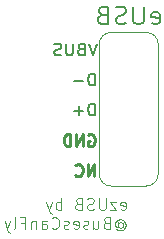
<source format=gbr>
%TF.GenerationSoftware,KiCad,Pcbnew,8.0.0-8.0.0-1~ubuntu22.04.1*%
%TF.CreationDate,2024-02-29T22:18:46-05:00*%
%TF.ProjectId,ezUSB,657a5553-422e-46b6-9963-61645f706362,rev?*%
%TF.SameCoordinates,Original*%
%TF.FileFunction,Legend,Bot*%
%TF.FilePolarity,Positive*%
%FSLAX46Y46*%
G04 Gerber Fmt 4.6, Leading zero omitted, Abs format (unit mm)*
G04 Created by KiCad (PCBNEW 8.0.0-8.0.0-1~ubuntu22.04.1) date 2024-02-29 22:18:46*
%MOMM*%
%LPD*%
G01*
G04 APERTURE LIST*
%ADD10C,0.100000*%
%ADD11C,0.200000*%
%ADD12C,0.250000*%
%ADD13C,0.187500*%
G04 APERTURE END LIST*
D10*
X87000000Y-79000000D02*
G75*
G02*
X88000000Y-80000000I0J-1000000D01*
G01*
X84000000Y-79000000D02*
X87000000Y-79000000D01*
X88000000Y-91000000D02*
G75*
G02*
X87000000Y-92000000I-1000000J0D01*
G01*
X88000000Y-80000000D02*
X88000000Y-91000000D01*
X84000000Y-92000000D02*
G75*
G02*
X83000000Y-91000000I0J1000000D01*
G01*
X83000000Y-91000000D02*
X83000000Y-80000000D01*
X87000000Y-92000000D02*
X84000000Y-92000000D01*
X83000000Y-80000000D02*
G75*
G02*
X84000000Y-79000000I1000000J0D01*
G01*
D11*
X82773183Y-79946219D02*
X82439850Y-80946219D01*
X82439850Y-80946219D02*
X82106517Y-79946219D01*
X81439850Y-80422409D02*
X81296993Y-80470028D01*
X81296993Y-80470028D02*
X81249374Y-80517647D01*
X81249374Y-80517647D02*
X81201755Y-80612885D01*
X81201755Y-80612885D02*
X81201755Y-80755742D01*
X81201755Y-80755742D02*
X81249374Y-80850980D01*
X81249374Y-80850980D02*
X81296993Y-80898600D01*
X81296993Y-80898600D02*
X81392231Y-80946219D01*
X81392231Y-80946219D02*
X81773183Y-80946219D01*
X81773183Y-80946219D02*
X81773183Y-79946219D01*
X81773183Y-79946219D02*
X81439850Y-79946219D01*
X81439850Y-79946219D02*
X81344612Y-79993838D01*
X81344612Y-79993838D02*
X81296993Y-80041457D01*
X81296993Y-80041457D02*
X81249374Y-80136695D01*
X81249374Y-80136695D02*
X81249374Y-80231933D01*
X81249374Y-80231933D02*
X81296993Y-80327171D01*
X81296993Y-80327171D02*
X81344612Y-80374790D01*
X81344612Y-80374790D02*
X81439850Y-80422409D01*
X81439850Y-80422409D02*
X81773183Y-80422409D01*
X80773183Y-79946219D02*
X80773183Y-80755742D01*
X80773183Y-80755742D02*
X80725564Y-80850980D01*
X80725564Y-80850980D02*
X80677945Y-80898600D01*
X80677945Y-80898600D02*
X80582707Y-80946219D01*
X80582707Y-80946219D02*
X80392231Y-80946219D01*
X80392231Y-80946219D02*
X80296993Y-80898600D01*
X80296993Y-80898600D02*
X80249374Y-80850980D01*
X80249374Y-80850980D02*
X80201755Y-80755742D01*
X80201755Y-80755742D02*
X80201755Y-79946219D01*
X79773183Y-80898600D02*
X79630326Y-80946219D01*
X79630326Y-80946219D02*
X79392231Y-80946219D01*
X79392231Y-80946219D02*
X79296993Y-80898600D01*
X79296993Y-80898600D02*
X79249374Y-80850980D01*
X79249374Y-80850980D02*
X79201755Y-80755742D01*
X79201755Y-80755742D02*
X79201755Y-80660504D01*
X79201755Y-80660504D02*
X79249374Y-80565266D01*
X79249374Y-80565266D02*
X79296993Y-80517647D01*
X79296993Y-80517647D02*
X79392231Y-80470028D01*
X79392231Y-80470028D02*
X79582707Y-80422409D01*
X79582707Y-80422409D02*
X79677945Y-80374790D01*
X79677945Y-80374790D02*
X79725564Y-80327171D01*
X79725564Y-80327171D02*
X79773183Y-80231933D01*
X79773183Y-80231933D02*
X79773183Y-80136695D01*
X79773183Y-80136695D02*
X79725564Y-80041457D01*
X79725564Y-80041457D02*
X79677945Y-79993838D01*
X79677945Y-79993838D02*
X79582707Y-79946219D01*
X79582707Y-79946219D02*
X79344612Y-79946219D01*
X79344612Y-79946219D02*
X79201755Y-79993838D01*
D12*
X82597431Y-91165869D02*
X82597431Y-90165869D01*
X82597431Y-90165869D02*
X82026003Y-91165869D01*
X82026003Y-91165869D02*
X82026003Y-90165869D01*
X80978384Y-91070630D02*
X81026003Y-91118250D01*
X81026003Y-91118250D02*
X81168860Y-91165869D01*
X81168860Y-91165869D02*
X81264098Y-91165869D01*
X81264098Y-91165869D02*
X81406955Y-91118250D01*
X81406955Y-91118250D02*
X81502193Y-91023011D01*
X81502193Y-91023011D02*
X81549812Y-90927773D01*
X81549812Y-90927773D02*
X81597431Y-90737297D01*
X81597431Y-90737297D02*
X81597431Y-90594440D01*
X81597431Y-90594440D02*
X81549812Y-90403964D01*
X81549812Y-90403964D02*
X81502193Y-90308726D01*
X81502193Y-90308726D02*
X81406955Y-90213488D01*
X81406955Y-90213488D02*
X81264098Y-90165869D01*
X81264098Y-90165869D02*
X81168860Y-90165869D01*
X81168860Y-90165869D02*
X81026003Y-90213488D01*
X81026003Y-90213488D02*
X80978384Y-90261107D01*
X82073622Y-87673488D02*
X82168860Y-87625869D01*
X82168860Y-87625869D02*
X82311717Y-87625869D01*
X82311717Y-87625869D02*
X82454574Y-87673488D01*
X82454574Y-87673488D02*
X82549812Y-87768726D01*
X82549812Y-87768726D02*
X82597431Y-87863964D01*
X82597431Y-87863964D02*
X82645050Y-88054440D01*
X82645050Y-88054440D02*
X82645050Y-88197297D01*
X82645050Y-88197297D02*
X82597431Y-88387773D01*
X82597431Y-88387773D02*
X82549812Y-88483011D01*
X82549812Y-88483011D02*
X82454574Y-88578250D01*
X82454574Y-88578250D02*
X82311717Y-88625869D01*
X82311717Y-88625869D02*
X82216479Y-88625869D01*
X82216479Y-88625869D02*
X82073622Y-88578250D01*
X82073622Y-88578250D02*
X82026003Y-88530630D01*
X82026003Y-88530630D02*
X82026003Y-88197297D01*
X82026003Y-88197297D02*
X82216479Y-88197297D01*
X81597431Y-88625869D02*
X81597431Y-87625869D01*
X81597431Y-87625869D02*
X81026003Y-88625869D01*
X81026003Y-88625869D02*
X81026003Y-87625869D01*
X80549812Y-88625869D02*
X80549812Y-87625869D01*
X80549812Y-87625869D02*
X80311717Y-87625869D01*
X80311717Y-87625869D02*
X80168860Y-87673488D01*
X80168860Y-87673488D02*
X80073622Y-87768726D01*
X80073622Y-87768726D02*
X80026003Y-87863964D01*
X80026003Y-87863964D02*
X79978384Y-88054440D01*
X79978384Y-88054440D02*
X79978384Y-88197297D01*
X79978384Y-88197297D02*
X80026003Y-88387773D01*
X80026003Y-88387773D02*
X80073622Y-88483011D01*
X80073622Y-88483011D02*
X80168860Y-88578250D01*
X80168860Y-88578250D02*
X80311717Y-88625869D01*
X80311717Y-88625869D02*
X80549812Y-88625869D01*
D10*
X84840163Y-93964328D02*
X84935401Y-94011947D01*
X84935401Y-94011947D02*
X85125877Y-94011947D01*
X85125877Y-94011947D02*
X85221115Y-93964328D01*
X85221115Y-93964328D02*
X85268734Y-93869089D01*
X85268734Y-93869089D02*
X85268734Y-93488137D01*
X85268734Y-93488137D02*
X85221115Y-93392899D01*
X85221115Y-93392899D02*
X85125877Y-93345280D01*
X85125877Y-93345280D02*
X84935401Y-93345280D01*
X84935401Y-93345280D02*
X84840163Y-93392899D01*
X84840163Y-93392899D02*
X84792544Y-93488137D01*
X84792544Y-93488137D02*
X84792544Y-93583375D01*
X84792544Y-93583375D02*
X85268734Y-93678613D01*
X84459210Y-93345280D02*
X83935401Y-93345280D01*
X83935401Y-93345280D02*
X84459210Y-94011947D01*
X84459210Y-94011947D02*
X83935401Y-94011947D01*
X83554448Y-93011947D02*
X83554448Y-93821470D01*
X83554448Y-93821470D02*
X83506829Y-93916708D01*
X83506829Y-93916708D02*
X83459210Y-93964328D01*
X83459210Y-93964328D02*
X83363972Y-94011947D01*
X83363972Y-94011947D02*
X83173496Y-94011947D01*
X83173496Y-94011947D02*
X83078258Y-93964328D01*
X83078258Y-93964328D02*
X83030639Y-93916708D01*
X83030639Y-93916708D02*
X82983020Y-93821470D01*
X82983020Y-93821470D02*
X82983020Y-93011947D01*
X82554448Y-93964328D02*
X82411591Y-94011947D01*
X82411591Y-94011947D02*
X82173496Y-94011947D01*
X82173496Y-94011947D02*
X82078258Y-93964328D01*
X82078258Y-93964328D02*
X82030639Y-93916708D01*
X82030639Y-93916708D02*
X81983020Y-93821470D01*
X81983020Y-93821470D02*
X81983020Y-93726232D01*
X81983020Y-93726232D02*
X82030639Y-93630994D01*
X82030639Y-93630994D02*
X82078258Y-93583375D01*
X82078258Y-93583375D02*
X82173496Y-93535756D01*
X82173496Y-93535756D02*
X82363972Y-93488137D01*
X82363972Y-93488137D02*
X82459210Y-93440518D01*
X82459210Y-93440518D02*
X82506829Y-93392899D01*
X82506829Y-93392899D02*
X82554448Y-93297661D01*
X82554448Y-93297661D02*
X82554448Y-93202423D01*
X82554448Y-93202423D02*
X82506829Y-93107185D01*
X82506829Y-93107185D02*
X82459210Y-93059566D01*
X82459210Y-93059566D02*
X82363972Y-93011947D01*
X82363972Y-93011947D02*
X82125877Y-93011947D01*
X82125877Y-93011947D02*
X81983020Y-93059566D01*
X81221115Y-93488137D02*
X81078258Y-93535756D01*
X81078258Y-93535756D02*
X81030639Y-93583375D01*
X81030639Y-93583375D02*
X80983020Y-93678613D01*
X80983020Y-93678613D02*
X80983020Y-93821470D01*
X80983020Y-93821470D02*
X81030639Y-93916708D01*
X81030639Y-93916708D02*
X81078258Y-93964328D01*
X81078258Y-93964328D02*
X81173496Y-94011947D01*
X81173496Y-94011947D02*
X81554448Y-94011947D01*
X81554448Y-94011947D02*
X81554448Y-93011947D01*
X81554448Y-93011947D02*
X81221115Y-93011947D01*
X81221115Y-93011947D02*
X81125877Y-93059566D01*
X81125877Y-93059566D02*
X81078258Y-93107185D01*
X81078258Y-93107185D02*
X81030639Y-93202423D01*
X81030639Y-93202423D02*
X81030639Y-93297661D01*
X81030639Y-93297661D02*
X81078258Y-93392899D01*
X81078258Y-93392899D02*
X81125877Y-93440518D01*
X81125877Y-93440518D02*
X81221115Y-93488137D01*
X81221115Y-93488137D02*
X81554448Y-93488137D01*
X79792543Y-94011947D02*
X79792543Y-93011947D01*
X79792543Y-93392899D02*
X79697305Y-93345280D01*
X79697305Y-93345280D02*
X79506829Y-93345280D01*
X79506829Y-93345280D02*
X79411591Y-93392899D01*
X79411591Y-93392899D02*
X79363972Y-93440518D01*
X79363972Y-93440518D02*
X79316353Y-93535756D01*
X79316353Y-93535756D02*
X79316353Y-93821470D01*
X79316353Y-93821470D02*
X79363972Y-93916708D01*
X79363972Y-93916708D02*
X79411591Y-93964328D01*
X79411591Y-93964328D02*
X79506829Y-94011947D01*
X79506829Y-94011947D02*
X79697305Y-94011947D01*
X79697305Y-94011947D02*
X79792543Y-93964328D01*
X78983019Y-93345280D02*
X78744924Y-94011947D01*
X78506829Y-93345280D02*
X78744924Y-94011947D01*
X78744924Y-94011947D02*
X78840162Y-94250042D01*
X78840162Y-94250042D02*
X78887781Y-94297661D01*
X78887781Y-94297661D02*
X78983019Y-94345280D01*
X84602068Y-95145700D02*
X84649687Y-95098081D01*
X84649687Y-95098081D02*
X84744925Y-95050462D01*
X84744925Y-95050462D02*
X84840163Y-95050462D01*
X84840163Y-95050462D02*
X84935401Y-95098081D01*
X84935401Y-95098081D02*
X84983020Y-95145700D01*
X84983020Y-95145700D02*
X85030639Y-95240938D01*
X85030639Y-95240938D02*
X85030639Y-95336176D01*
X85030639Y-95336176D02*
X84983020Y-95431414D01*
X84983020Y-95431414D02*
X84935401Y-95479033D01*
X84935401Y-95479033D02*
X84840163Y-95526652D01*
X84840163Y-95526652D02*
X84744925Y-95526652D01*
X84744925Y-95526652D02*
X84649687Y-95479033D01*
X84649687Y-95479033D02*
X84602068Y-95431414D01*
X84602068Y-95050462D02*
X84602068Y-95431414D01*
X84602068Y-95431414D02*
X84554449Y-95479033D01*
X84554449Y-95479033D02*
X84506830Y-95479033D01*
X84506830Y-95479033D02*
X84411591Y-95431414D01*
X84411591Y-95431414D02*
X84363972Y-95336176D01*
X84363972Y-95336176D02*
X84363972Y-95098081D01*
X84363972Y-95098081D02*
X84459211Y-94955224D01*
X84459211Y-94955224D02*
X84602068Y-94859986D01*
X84602068Y-94859986D02*
X84792544Y-94812367D01*
X84792544Y-94812367D02*
X84983020Y-94859986D01*
X84983020Y-94859986D02*
X85125877Y-94955224D01*
X85125877Y-94955224D02*
X85221115Y-95098081D01*
X85221115Y-95098081D02*
X85268734Y-95288557D01*
X85268734Y-95288557D02*
X85221115Y-95479033D01*
X85221115Y-95479033D02*
X85125877Y-95621891D01*
X85125877Y-95621891D02*
X84983020Y-95717129D01*
X84983020Y-95717129D02*
X84792544Y-95764748D01*
X84792544Y-95764748D02*
X84602068Y-95717129D01*
X84602068Y-95717129D02*
X84459211Y-95621891D01*
X83602068Y-95098081D02*
X83459211Y-95145700D01*
X83459211Y-95145700D02*
X83411592Y-95193319D01*
X83411592Y-95193319D02*
X83363973Y-95288557D01*
X83363973Y-95288557D02*
X83363973Y-95431414D01*
X83363973Y-95431414D02*
X83411592Y-95526652D01*
X83411592Y-95526652D02*
X83459211Y-95574272D01*
X83459211Y-95574272D02*
X83554449Y-95621891D01*
X83554449Y-95621891D02*
X83935401Y-95621891D01*
X83935401Y-95621891D02*
X83935401Y-94621891D01*
X83935401Y-94621891D02*
X83602068Y-94621891D01*
X83602068Y-94621891D02*
X83506830Y-94669510D01*
X83506830Y-94669510D02*
X83459211Y-94717129D01*
X83459211Y-94717129D02*
X83411592Y-94812367D01*
X83411592Y-94812367D02*
X83411592Y-94907605D01*
X83411592Y-94907605D02*
X83459211Y-95002843D01*
X83459211Y-95002843D02*
X83506830Y-95050462D01*
X83506830Y-95050462D02*
X83602068Y-95098081D01*
X83602068Y-95098081D02*
X83935401Y-95098081D01*
X82506830Y-94955224D02*
X82506830Y-95621891D01*
X82935401Y-94955224D02*
X82935401Y-95479033D01*
X82935401Y-95479033D02*
X82887782Y-95574272D01*
X82887782Y-95574272D02*
X82792544Y-95621891D01*
X82792544Y-95621891D02*
X82649687Y-95621891D01*
X82649687Y-95621891D02*
X82554449Y-95574272D01*
X82554449Y-95574272D02*
X82506830Y-95526652D01*
X82078258Y-95574272D02*
X81983020Y-95621891D01*
X81983020Y-95621891D02*
X81792544Y-95621891D01*
X81792544Y-95621891D02*
X81697306Y-95574272D01*
X81697306Y-95574272D02*
X81649687Y-95479033D01*
X81649687Y-95479033D02*
X81649687Y-95431414D01*
X81649687Y-95431414D02*
X81697306Y-95336176D01*
X81697306Y-95336176D02*
X81792544Y-95288557D01*
X81792544Y-95288557D02*
X81935401Y-95288557D01*
X81935401Y-95288557D02*
X82030639Y-95240938D01*
X82030639Y-95240938D02*
X82078258Y-95145700D01*
X82078258Y-95145700D02*
X82078258Y-95098081D01*
X82078258Y-95098081D02*
X82030639Y-95002843D01*
X82030639Y-95002843D02*
X81935401Y-94955224D01*
X81935401Y-94955224D02*
X81792544Y-94955224D01*
X81792544Y-94955224D02*
X81697306Y-95002843D01*
X80840163Y-95574272D02*
X80935401Y-95621891D01*
X80935401Y-95621891D02*
X81125877Y-95621891D01*
X81125877Y-95621891D02*
X81221115Y-95574272D01*
X81221115Y-95574272D02*
X81268734Y-95479033D01*
X81268734Y-95479033D02*
X81268734Y-95098081D01*
X81268734Y-95098081D02*
X81221115Y-95002843D01*
X81221115Y-95002843D02*
X81125877Y-94955224D01*
X81125877Y-94955224D02*
X80935401Y-94955224D01*
X80935401Y-94955224D02*
X80840163Y-95002843D01*
X80840163Y-95002843D02*
X80792544Y-95098081D01*
X80792544Y-95098081D02*
X80792544Y-95193319D01*
X80792544Y-95193319D02*
X81268734Y-95288557D01*
X80411591Y-95574272D02*
X80316353Y-95621891D01*
X80316353Y-95621891D02*
X80125877Y-95621891D01*
X80125877Y-95621891D02*
X80030639Y-95574272D01*
X80030639Y-95574272D02*
X79983020Y-95479033D01*
X79983020Y-95479033D02*
X79983020Y-95431414D01*
X79983020Y-95431414D02*
X80030639Y-95336176D01*
X80030639Y-95336176D02*
X80125877Y-95288557D01*
X80125877Y-95288557D02*
X80268734Y-95288557D01*
X80268734Y-95288557D02*
X80363972Y-95240938D01*
X80363972Y-95240938D02*
X80411591Y-95145700D01*
X80411591Y-95145700D02*
X80411591Y-95098081D01*
X80411591Y-95098081D02*
X80363972Y-95002843D01*
X80363972Y-95002843D02*
X80268734Y-94955224D01*
X80268734Y-94955224D02*
X80125877Y-94955224D01*
X80125877Y-94955224D02*
X80030639Y-95002843D01*
X78983020Y-95526652D02*
X79030639Y-95574272D01*
X79030639Y-95574272D02*
X79173496Y-95621891D01*
X79173496Y-95621891D02*
X79268734Y-95621891D01*
X79268734Y-95621891D02*
X79411591Y-95574272D01*
X79411591Y-95574272D02*
X79506829Y-95479033D01*
X79506829Y-95479033D02*
X79554448Y-95383795D01*
X79554448Y-95383795D02*
X79602067Y-95193319D01*
X79602067Y-95193319D02*
X79602067Y-95050462D01*
X79602067Y-95050462D02*
X79554448Y-94859986D01*
X79554448Y-94859986D02*
X79506829Y-94764748D01*
X79506829Y-94764748D02*
X79411591Y-94669510D01*
X79411591Y-94669510D02*
X79268734Y-94621891D01*
X79268734Y-94621891D02*
X79173496Y-94621891D01*
X79173496Y-94621891D02*
X79030639Y-94669510D01*
X79030639Y-94669510D02*
X78983020Y-94717129D01*
X78125877Y-95621891D02*
X78125877Y-95098081D01*
X78125877Y-95098081D02*
X78173496Y-95002843D01*
X78173496Y-95002843D02*
X78268734Y-94955224D01*
X78268734Y-94955224D02*
X78459210Y-94955224D01*
X78459210Y-94955224D02*
X78554448Y-95002843D01*
X78125877Y-95574272D02*
X78221115Y-95621891D01*
X78221115Y-95621891D02*
X78459210Y-95621891D01*
X78459210Y-95621891D02*
X78554448Y-95574272D01*
X78554448Y-95574272D02*
X78602067Y-95479033D01*
X78602067Y-95479033D02*
X78602067Y-95383795D01*
X78602067Y-95383795D02*
X78554448Y-95288557D01*
X78554448Y-95288557D02*
X78459210Y-95240938D01*
X78459210Y-95240938D02*
X78221115Y-95240938D01*
X78221115Y-95240938D02*
X78125877Y-95193319D01*
X77649686Y-94955224D02*
X77649686Y-95621891D01*
X77649686Y-95050462D02*
X77602067Y-95002843D01*
X77602067Y-95002843D02*
X77506829Y-94955224D01*
X77506829Y-94955224D02*
X77363972Y-94955224D01*
X77363972Y-94955224D02*
X77268734Y-95002843D01*
X77268734Y-95002843D02*
X77221115Y-95098081D01*
X77221115Y-95098081D02*
X77221115Y-95621891D01*
X76411591Y-95098081D02*
X76744924Y-95098081D01*
X76744924Y-95621891D02*
X76744924Y-94621891D01*
X76744924Y-94621891D02*
X76268734Y-94621891D01*
X75744924Y-95621891D02*
X75840162Y-95574272D01*
X75840162Y-95574272D02*
X75887781Y-95479033D01*
X75887781Y-95479033D02*
X75887781Y-94621891D01*
X75459209Y-94955224D02*
X75221114Y-95621891D01*
X74983019Y-94955224D02*
X75221114Y-95621891D01*
X75221114Y-95621891D02*
X75316352Y-95859986D01*
X75316352Y-95859986D02*
X75363971Y-95907605D01*
X75363971Y-95907605D02*
X75459209Y-95955224D01*
D13*
X87472180Y-78235250D02*
X87615037Y-78306678D01*
X87615037Y-78306678D02*
X87900752Y-78306678D01*
X87900752Y-78306678D02*
X88043609Y-78235250D01*
X88043609Y-78235250D02*
X88115037Y-78092392D01*
X88115037Y-78092392D02*
X88115037Y-77520964D01*
X88115037Y-77520964D02*
X88043609Y-77378107D01*
X88043609Y-77378107D02*
X87900752Y-77306678D01*
X87900752Y-77306678D02*
X87615037Y-77306678D01*
X87615037Y-77306678D02*
X87472180Y-77378107D01*
X87472180Y-77378107D02*
X87400752Y-77520964D01*
X87400752Y-77520964D02*
X87400752Y-77663821D01*
X87400752Y-77663821D02*
X88115037Y-77806678D01*
X86757895Y-76806678D02*
X86757895Y-78020964D01*
X86757895Y-78020964D02*
X86686466Y-78163821D01*
X86686466Y-78163821D02*
X86615038Y-78235250D01*
X86615038Y-78235250D02*
X86472180Y-78306678D01*
X86472180Y-78306678D02*
X86186466Y-78306678D01*
X86186466Y-78306678D02*
X86043609Y-78235250D01*
X86043609Y-78235250D02*
X85972180Y-78163821D01*
X85972180Y-78163821D02*
X85900752Y-78020964D01*
X85900752Y-78020964D02*
X85900752Y-76806678D01*
X85257894Y-78235250D02*
X85043609Y-78306678D01*
X85043609Y-78306678D02*
X84686466Y-78306678D01*
X84686466Y-78306678D02*
X84543609Y-78235250D01*
X84543609Y-78235250D02*
X84472180Y-78163821D01*
X84472180Y-78163821D02*
X84400751Y-78020964D01*
X84400751Y-78020964D02*
X84400751Y-77878107D01*
X84400751Y-77878107D02*
X84472180Y-77735250D01*
X84472180Y-77735250D02*
X84543609Y-77663821D01*
X84543609Y-77663821D02*
X84686466Y-77592392D01*
X84686466Y-77592392D02*
X84972180Y-77520964D01*
X84972180Y-77520964D02*
X85115037Y-77449535D01*
X85115037Y-77449535D02*
X85186466Y-77378107D01*
X85186466Y-77378107D02*
X85257894Y-77235250D01*
X85257894Y-77235250D02*
X85257894Y-77092392D01*
X85257894Y-77092392D02*
X85186466Y-76949535D01*
X85186466Y-76949535D02*
X85115037Y-76878107D01*
X85115037Y-76878107D02*
X84972180Y-76806678D01*
X84972180Y-76806678D02*
X84615037Y-76806678D01*
X84615037Y-76806678D02*
X84400751Y-76878107D01*
X83257895Y-77520964D02*
X83043609Y-77592392D01*
X83043609Y-77592392D02*
X82972180Y-77663821D01*
X82972180Y-77663821D02*
X82900752Y-77806678D01*
X82900752Y-77806678D02*
X82900752Y-78020964D01*
X82900752Y-78020964D02*
X82972180Y-78163821D01*
X82972180Y-78163821D02*
X83043609Y-78235250D01*
X83043609Y-78235250D02*
X83186466Y-78306678D01*
X83186466Y-78306678D02*
X83757895Y-78306678D01*
X83757895Y-78306678D02*
X83757895Y-76806678D01*
X83757895Y-76806678D02*
X83257895Y-76806678D01*
X83257895Y-76806678D02*
X83115038Y-76878107D01*
X83115038Y-76878107D02*
X83043609Y-76949535D01*
X83043609Y-76949535D02*
X82972180Y-77092392D01*
X82972180Y-77092392D02*
X82972180Y-77235250D01*
X82972180Y-77235250D02*
X83043609Y-77378107D01*
X83043609Y-77378107D02*
X83115038Y-77449535D01*
X83115038Y-77449535D02*
X83257895Y-77520964D01*
X83257895Y-77520964D02*
X83757895Y-77520964D01*
D11*
X82630326Y-83486219D02*
X82630326Y-82486219D01*
X82630326Y-82486219D02*
X82392231Y-82486219D01*
X82392231Y-82486219D02*
X82249374Y-82533838D01*
X82249374Y-82533838D02*
X82154136Y-82629076D01*
X82154136Y-82629076D02*
X82106517Y-82724314D01*
X82106517Y-82724314D02*
X82058898Y-82914790D01*
X82058898Y-82914790D02*
X82058898Y-83057647D01*
X82058898Y-83057647D02*
X82106517Y-83248123D01*
X82106517Y-83248123D02*
X82154136Y-83343361D01*
X82154136Y-83343361D02*
X82249374Y-83438600D01*
X82249374Y-83438600D02*
X82392231Y-83486219D01*
X82392231Y-83486219D02*
X82630326Y-83486219D01*
X81630326Y-83105266D02*
X80868422Y-83105266D01*
X82630326Y-86026219D02*
X82630326Y-85026219D01*
X82630326Y-85026219D02*
X82392231Y-85026219D01*
X82392231Y-85026219D02*
X82249374Y-85073838D01*
X82249374Y-85073838D02*
X82154136Y-85169076D01*
X82154136Y-85169076D02*
X82106517Y-85264314D01*
X82106517Y-85264314D02*
X82058898Y-85454790D01*
X82058898Y-85454790D02*
X82058898Y-85597647D01*
X82058898Y-85597647D02*
X82106517Y-85788123D01*
X82106517Y-85788123D02*
X82154136Y-85883361D01*
X82154136Y-85883361D02*
X82249374Y-85978600D01*
X82249374Y-85978600D02*
X82392231Y-86026219D01*
X82392231Y-86026219D02*
X82630326Y-86026219D01*
X81630326Y-85645266D02*
X80868422Y-85645266D01*
X81249374Y-86026219D02*
X81249374Y-85264314D01*
M02*

</source>
